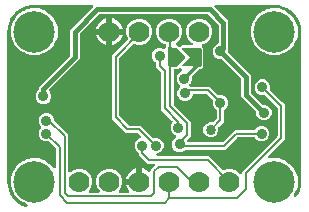
<source format=gbr>
G04 EAGLE Gerber RS-274X export*
G75*
%MOMM*%
%FSLAX34Y34*%
%LPD*%
%INBottom Copper*%
%IPPOS*%
%AMOC8*
5,1,8,0,0,1.08239X$1,22.5*%
G01*
%ADD10C,3.516000*%
%ADD11C,1.778000*%
%ADD12C,0.381000*%
%ADD13C,0.906400*%
%ADD14C,0.889000*%
%ADD15C,0.304800*%
%ADD16C,0.406400*%
%ADD17C,0.203200*%
%ADD18C,0.856400*%

G36*
X18442Y4018D02*
X18442Y4018D01*
X18575Y4026D01*
X18600Y4035D01*
X18627Y4037D01*
X18751Y4084D01*
X18877Y4125D01*
X18900Y4139D01*
X18925Y4148D01*
X19034Y4224D01*
X19146Y4295D01*
X19164Y4314D01*
X19186Y4330D01*
X19273Y4430D01*
X19364Y4527D01*
X19376Y4550D01*
X19394Y4570D01*
X19453Y4689D01*
X19517Y4805D01*
X19524Y4831D01*
X19536Y4855D01*
X19563Y4985D01*
X19596Y5113D01*
X19596Y5140D01*
X19602Y5166D01*
X19596Y5299D01*
X19597Y5431D01*
X19590Y5457D01*
X19589Y5484D01*
X19551Y5611D01*
X19518Y5739D01*
X19505Y5763D01*
X19497Y5788D01*
X19428Y5902D01*
X19365Y6018D01*
X19347Y6038D01*
X19333Y6060D01*
X19238Y6154D01*
X19147Y6250D01*
X19125Y6265D01*
X19106Y6283D01*
X18972Y6372D01*
X16215Y7964D01*
X16213Y7965D01*
X16210Y7967D01*
X16066Y8038D01*
X14290Y8773D01*
X13693Y9370D01*
X13626Y9422D01*
X13565Y9483D01*
X13451Y9558D01*
X13442Y9565D01*
X13438Y9567D01*
X13431Y9572D01*
X11929Y10439D01*
X10139Y12903D01*
X10126Y12917D01*
X10116Y12933D01*
X10009Y13054D01*
X8773Y14290D01*
X8357Y15296D01*
X8322Y15356D01*
X8297Y15420D01*
X8211Y15556D01*
X7008Y17211D01*
X6447Y19849D01*
X6436Y19883D01*
X6431Y19919D01*
X6379Y20071D01*
X5787Y21499D01*
X5787Y22822D01*
X5781Y22874D01*
X5783Y22926D01*
X5760Y23086D01*
X5268Y25400D01*
X5760Y27714D01*
X5764Y27767D01*
X5777Y27817D01*
X5787Y27978D01*
X5787Y29301D01*
X6379Y30729D01*
X6388Y30763D01*
X6404Y30795D01*
X6447Y30951D01*
X7008Y33589D01*
X8211Y35244D01*
X8244Y35305D01*
X8286Y35360D01*
X8357Y35504D01*
X8773Y36510D01*
X10009Y37746D01*
X10021Y37761D01*
X10036Y37773D01*
X10139Y37897D01*
X11929Y40361D01*
X13431Y41228D01*
X13499Y41280D01*
X13573Y41324D01*
X13675Y41414D01*
X13684Y41421D01*
X13687Y41424D01*
X13693Y41430D01*
X14290Y42027D01*
X16066Y42762D01*
X16068Y42764D01*
X16071Y42764D01*
X16215Y42836D01*
X19179Y44547D01*
X20598Y44696D01*
X20698Y44720D01*
X20799Y44734D01*
X20887Y44764D01*
X20908Y44769D01*
X20920Y44775D01*
X20951Y44786D01*
X21499Y45013D01*
X23543Y45013D01*
X23560Y45015D01*
X23676Y45020D01*
X27504Y45422D01*
X28573Y45075D01*
X28690Y45053D01*
X28805Y45023D01*
X28865Y45019D01*
X28885Y45015D01*
X28906Y45017D01*
X28965Y45013D01*
X29301Y45013D01*
X31209Y44222D01*
X31230Y44217D01*
X31303Y44188D01*
X35466Y42835D01*
X36078Y42285D01*
X36189Y42207D01*
X36297Y42126D01*
X36327Y42111D01*
X36339Y42103D01*
X36359Y42096D01*
X36441Y42055D01*
X36510Y42027D01*
X37805Y40732D01*
X37819Y40721D01*
X37853Y40686D01*
X41823Y37112D01*
X41910Y37051D01*
X41991Y36984D01*
X42040Y36961D01*
X42084Y36930D01*
X42183Y36893D01*
X42279Y36848D01*
X42332Y36838D01*
X42382Y36819D01*
X42487Y36808D01*
X42592Y36788D01*
X42645Y36792D01*
X42698Y36786D01*
X42803Y36801D01*
X42909Y36808D01*
X42960Y36824D01*
X43013Y36832D01*
X43111Y36873D01*
X43211Y36906D01*
X43257Y36935D01*
X43306Y36955D01*
X43390Y37019D01*
X43480Y37076D01*
X43517Y37115D01*
X43559Y37148D01*
X43625Y37231D01*
X43698Y37308D01*
X43724Y37355D01*
X43757Y37397D01*
X43800Y37493D01*
X43852Y37586D01*
X43865Y37638D01*
X43887Y37687D01*
X43905Y37792D01*
X43931Y37894D01*
X43936Y37979D01*
X43940Y38001D01*
X43939Y38016D01*
X43941Y38055D01*
X43941Y52821D01*
X43929Y52920D01*
X43926Y53019D01*
X43909Y53077D01*
X43901Y53137D01*
X43865Y53229D01*
X43837Y53324D01*
X43807Y53376D01*
X43784Y53433D01*
X43726Y53513D01*
X43676Y53598D01*
X43610Y53673D01*
X43598Y53690D01*
X43588Y53698D01*
X43570Y53719D01*
X38135Y59153D01*
X38112Y59171D01*
X38093Y59194D01*
X37987Y59268D01*
X37884Y59348D01*
X37857Y59360D01*
X37833Y59377D01*
X37712Y59423D01*
X37592Y59474D01*
X37563Y59479D01*
X37535Y59489D01*
X37407Y59504D01*
X37278Y59524D01*
X37249Y59521D01*
X37219Y59525D01*
X37091Y59507D01*
X36962Y59494D01*
X36934Y59484D01*
X36904Y59480D01*
X36890Y59475D01*
X34254Y59475D01*
X31841Y60475D01*
X29995Y62321D01*
X28995Y64734D01*
X28995Y67346D01*
X29995Y69759D01*
X30927Y70690D01*
X30999Y70784D01*
X31078Y70874D01*
X31097Y70910D01*
X31121Y70942D01*
X31169Y71051D01*
X31223Y71157D01*
X31232Y71196D01*
X31248Y71234D01*
X31266Y71351D01*
X31293Y71467D01*
X31291Y71508D01*
X31298Y71548D01*
X31287Y71666D01*
X31283Y71785D01*
X31272Y71824D01*
X31268Y71864D01*
X31228Y71977D01*
X31195Y72091D01*
X31174Y72125D01*
X31160Y72164D01*
X31093Y72262D01*
X31033Y72365D01*
X30993Y72410D01*
X30982Y72427D01*
X30966Y72440D01*
X30927Y72485D01*
X29995Y73417D01*
X28995Y75830D01*
X28995Y78442D01*
X29995Y80855D01*
X31841Y82701D01*
X34254Y83701D01*
X36866Y83701D01*
X39279Y82701D01*
X41125Y80855D01*
X42125Y78442D01*
X42125Y77949D01*
X42137Y77850D01*
X42140Y77751D01*
X42157Y77693D01*
X42165Y77633D01*
X42201Y77541D01*
X42229Y77446D01*
X42259Y77394D01*
X42282Y77337D01*
X42340Y77257D01*
X42390Y77172D01*
X42456Y77097D01*
X42468Y77080D01*
X42478Y77072D01*
X42496Y77051D01*
X54103Y65445D01*
X54103Y34514D01*
X54120Y34376D01*
X54133Y34238D01*
X54140Y34219D01*
X54143Y34198D01*
X54194Y34069D01*
X54241Y33938D01*
X54252Y33922D01*
X54260Y33903D01*
X54341Y33791D01*
X54419Y33675D01*
X54435Y33662D01*
X54446Y33645D01*
X54554Y33556D01*
X54658Y33465D01*
X54676Y33456D01*
X54691Y33443D01*
X54817Y33383D01*
X54941Y33320D01*
X54961Y33316D01*
X54979Y33307D01*
X55116Y33281D01*
X55251Y33251D01*
X55272Y33251D01*
X55291Y33247D01*
X55430Y33256D01*
X55569Y33260D01*
X55589Y33266D01*
X55609Y33267D01*
X55741Y33310D01*
X55875Y33349D01*
X55892Y33359D01*
X55911Y33365D01*
X56029Y33440D01*
X56149Y33510D01*
X56170Y33529D01*
X56180Y33535D01*
X56194Y33550D01*
X56269Y33617D01*
X57313Y34660D01*
X61327Y36323D01*
X65673Y36323D01*
X69687Y34660D01*
X72760Y31587D01*
X74423Y27573D01*
X74423Y23227D01*
X72760Y19213D01*
X71717Y18169D01*
X71632Y18060D01*
X71543Y17953D01*
X71534Y17934D01*
X71522Y17918D01*
X71466Y17791D01*
X71407Y17665D01*
X71403Y17645D01*
X71395Y17626D01*
X71373Y17488D01*
X71347Y17352D01*
X71349Y17332D01*
X71345Y17312D01*
X71358Y17173D01*
X71367Y17035D01*
X71373Y17016D01*
X71375Y16996D01*
X71422Y16864D01*
X71465Y16733D01*
X71476Y16715D01*
X71483Y16696D01*
X71561Y16581D01*
X71635Y16464D01*
X71650Y16450D01*
X71661Y16433D01*
X71765Y16341D01*
X71867Y16246D01*
X71885Y16236D01*
X71900Y16223D01*
X72024Y16160D01*
X72145Y16092D01*
X72165Y16087D01*
X72183Y16078D01*
X72319Y16048D01*
X72453Y16013D01*
X72481Y16011D01*
X72493Y16008D01*
X72514Y16009D01*
X72614Y16003D01*
X79786Y16003D01*
X79924Y16020D01*
X80062Y16033D01*
X80081Y16040D01*
X80102Y16043D01*
X80231Y16094D01*
X80362Y16141D01*
X80378Y16152D01*
X80397Y16160D01*
X80509Y16241D01*
X80625Y16319D01*
X80638Y16335D01*
X80655Y16346D01*
X80743Y16454D01*
X80835Y16558D01*
X80844Y16576D01*
X80857Y16591D01*
X80917Y16717D01*
X80980Y16841D01*
X80984Y16861D01*
X80993Y16879D01*
X81019Y17016D01*
X81049Y17151D01*
X81049Y17172D01*
X81053Y17191D01*
X81044Y17330D01*
X81040Y17469D01*
X81034Y17489D01*
X81033Y17509D01*
X80990Y17641D01*
X80951Y17775D01*
X80941Y17792D01*
X80935Y17811D01*
X80860Y17929D01*
X80790Y18049D01*
X80771Y18070D01*
X80765Y18080D01*
X80750Y18094D01*
X80683Y18169D01*
X79640Y19213D01*
X77977Y23227D01*
X77977Y27573D01*
X79640Y31587D01*
X82713Y34660D01*
X86727Y36323D01*
X91073Y36323D01*
X95087Y34660D01*
X98160Y31587D01*
X99823Y27573D01*
X99823Y23227D01*
X98160Y19213D01*
X97117Y18169D01*
X97032Y18060D01*
X96943Y17953D01*
X96934Y17934D01*
X96922Y17918D01*
X96866Y17791D01*
X96807Y17665D01*
X96803Y17645D01*
X96795Y17626D01*
X96773Y17488D01*
X96747Y17352D01*
X96749Y17332D01*
X96745Y17312D01*
X96758Y17173D01*
X96767Y17035D01*
X96773Y17016D01*
X96775Y16996D01*
X96822Y16864D01*
X96865Y16733D01*
X96876Y16715D01*
X96883Y16696D01*
X96961Y16581D01*
X97035Y16464D01*
X97050Y16450D01*
X97061Y16433D01*
X97165Y16341D01*
X97267Y16246D01*
X97285Y16236D01*
X97300Y16223D01*
X97424Y16160D01*
X97545Y16092D01*
X97565Y16087D01*
X97583Y16078D01*
X97719Y16048D01*
X97853Y16013D01*
X97881Y16011D01*
X97893Y16008D01*
X97914Y16009D01*
X98014Y16003D01*
X104507Y16003D01*
X104547Y16008D01*
X104587Y16005D01*
X104704Y16028D01*
X104823Y16043D01*
X104860Y16057D01*
X104899Y16065D01*
X105007Y16116D01*
X105119Y16160D01*
X105151Y16183D01*
X105187Y16200D01*
X105279Y16276D01*
X105376Y16346D01*
X105401Y16377D01*
X105432Y16402D01*
X105502Y16499D01*
X105579Y16591D01*
X105596Y16627D01*
X105619Y16660D01*
X105663Y16771D01*
X105714Y16879D01*
X105722Y16918D01*
X105736Y16955D01*
X105752Y17074D01*
X105774Y17191D01*
X105772Y17231D01*
X105777Y17271D01*
X105762Y17389D01*
X105754Y17509D01*
X105742Y17547D01*
X105737Y17586D01*
X105693Y17698D01*
X105656Y17811D01*
X105635Y17845D01*
X105620Y17882D01*
X105534Y18018D01*
X104524Y19409D01*
X103707Y21012D01*
X103151Y22723D01*
X103123Y22901D01*
X113070Y22901D01*
X113188Y22916D01*
X113307Y22923D01*
X113345Y22935D01*
X113385Y22941D01*
X113496Y22984D01*
X113609Y23021D01*
X113643Y23043D01*
X113681Y23058D01*
X113777Y23127D01*
X113878Y23191D01*
X113906Y23221D01*
X113938Y23244D01*
X114014Y23336D01*
X114096Y23423D01*
X114115Y23458D01*
X114141Y23489D01*
X114192Y23597D01*
X114249Y23701D01*
X114259Y23741D01*
X114277Y23777D01*
X114299Y23894D01*
X114329Y24009D01*
X114333Y24069D01*
X114336Y24089D01*
X114335Y24110D01*
X114339Y24170D01*
X114339Y25361D01*
X115530Y25361D01*
X115648Y25376D01*
X115767Y25383D01*
X115805Y25396D01*
X115846Y25401D01*
X115956Y25445D01*
X116069Y25481D01*
X116104Y25503D01*
X116141Y25518D01*
X116237Y25588D01*
X116338Y25651D01*
X116366Y25681D01*
X116399Y25705D01*
X116475Y25796D01*
X116556Y25883D01*
X116576Y25918D01*
X116601Y25950D01*
X116652Y26057D01*
X116710Y26162D01*
X116720Y26201D01*
X116737Y26237D01*
X116759Y26354D01*
X116789Y26470D01*
X116793Y26530D01*
X116797Y26550D01*
X116795Y26570D01*
X116799Y26630D01*
X116799Y36577D01*
X116977Y36549D01*
X118688Y35993D01*
X120291Y35177D01*
X121747Y34119D01*
X121784Y34081D01*
X121894Y33996D01*
X122001Y33907D01*
X122020Y33898D01*
X122036Y33886D01*
X122164Y33831D01*
X122289Y33772D01*
X122309Y33768D01*
X122327Y33760D01*
X122465Y33738D01*
X122602Y33712D01*
X122622Y33713D01*
X122642Y33710D01*
X122780Y33723D01*
X122919Y33732D01*
X122938Y33738D01*
X122958Y33740D01*
X123090Y33787D01*
X123221Y33830D01*
X123238Y33840D01*
X123257Y33847D01*
X123373Y33925D01*
X123490Y34000D01*
X123504Y34014D01*
X123521Y34026D01*
X123612Y34130D01*
X123708Y34231D01*
X123718Y34249D01*
X123731Y34264D01*
X123794Y34388D01*
X123862Y34510D01*
X123867Y34529D01*
X123876Y34547D01*
X123906Y34683D01*
X123941Y34818D01*
X123943Y34846D01*
X123946Y34858D01*
X123945Y34878D01*
X123951Y34978D01*
X123951Y35553D01*
X126109Y37710D01*
X126109Y37711D01*
X126998Y38600D01*
X127083Y38709D01*
X127172Y38816D01*
X127180Y38835D01*
X127193Y38851D01*
X127248Y38979D01*
X127307Y39104D01*
X127311Y39124D01*
X127319Y39143D01*
X127341Y39281D01*
X127367Y39417D01*
X127366Y39437D01*
X127369Y39457D01*
X127356Y39596D01*
X127347Y39734D01*
X127341Y39753D01*
X127339Y39773D01*
X127292Y39904D01*
X127249Y40036D01*
X127239Y40054D01*
X127232Y40073D01*
X127154Y40187D01*
X127079Y40305D01*
X127064Y40319D01*
X127053Y40336D01*
X126949Y40428D01*
X126848Y40523D01*
X126830Y40533D01*
X126815Y40546D01*
X126691Y40609D01*
X126569Y40677D01*
X126550Y40682D01*
X126531Y40691D01*
X126396Y40721D01*
X126261Y40756D01*
X126233Y40758D01*
X126221Y40761D01*
X126201Y40760D01*
X126100Y40766D01*
X121292Y40766D01*
X113791Y48267D01*
X113791Y49189D01*
X113788Y49219D01*
X113790Y49248D01*
X113768Y49376D01*
X113751Y49505D01*
X113741Y49532D01*
X113735Y49561D01*
X113682Y49680D01*
X113634Y49800D01*
X113617Y49824D01*
X113605Y49851D01*
X113524Y49953D01*
X113448Y50058D01*
X113425Y50077D01*
X113406Y50100D01*
X113303Y50178D01*
X113203Y50261D01*
X113176Y50273D01*
X113152Y50291D01*
X113138Y50298D01*
X111275Y52161D01*
X110275Y54574D01*
X110275Y57186D01*
X111275Y59599D01*
X113121Y61445D01*
X115094Y62262D01*
X115137Y62287D01*
X115184Y62304D01*
X115275Y62366D01*
X115370Y62420D01*
X115406Y62455D01*
X115447Y62482D01*
X115520Y62565D01*
X115599Y62641D01*
X115625Y62684D01*
X115658Y62721D01*
X115708Y62819D01*
X115765Y62912D01*
X115780Y62960D01*
X115802Y63004D01*
X115826Y63111D01*
X115859Y63216D01*
X115861Y63266D01*
X115872Y63314D01*
X115869Y63424D01*
X115874Y63534D01*
X115864Y63583D01*
X115862Y63632D01*
X115832Y63738D01*
X115809Y63845D01*
X115788Y63890D01*
X115774Y63938D01*
X115718Y64032D01*
X115670Y64131D01*
X115637Y64169D01*
X115612Y64212D01*
X115506Y64333D01*
X113409Y66430D01*
X113331Y66490D01*
X113259Y66558D01*
X113206Y66587D01*
X113158Y66624D01*
X113067Y66664D01*
X112980Y66712D01*
X112921Y66727D01*
X112866Y66751D01*
X112768Y66766D01*
X112672Y66791D01*
X112572Y66797D01*
X112552Y66801D01*
X112539Y66799D01*
X112511Y66801D01*
X102877Y66801D01*
X91185Y78493D01*
X91185Y132327D01*
X104450Y145591D01*
X104468Y145614D01*
X104490Y145634D01*
X104565Y145740D01*
X104645Y145842D01*
X104656Y145869D01*
X104673Y145894D01*
X104719Y146015D01*
X104771Y146134D01*
X104775Y146163D01*
X104786Y146191D01*
X104800Y146320D01*
X104821Y146448D01*
X104818Y146478D01*
X104821Y146507D01*
X104803Y146636D01*
X104791Y146765D01*
X104781Y146793D01*
X104777Y146822D01*
X104725Y146974D01*
X103377Y150227D01*
X103377Y154573D01*
X105040Y158587D01*
X108113Y161660D01*
X112127Y163323D01*
X116473Y163323D01*
X120487Y161660D01*
X123560Y158587D01*
X125223Y154573D01*
X125223Y150227D01*
X123560Y146213D01*
X120487Y143140D01*
X116473Y141477D01*
X112127Y141477D01*
X110670Y142081D01*
X110642Y142089D01*
X110616Y142102D01*
X110489Y142130D01*
X110364Y142165D01*
X110334Y142165D01*
X110305Y142172D01*
X110176Y142168D01*
X110046Y142170D01*
X110017Y142163D01*
X109987Y142162D01*
X109863Y142126D01*
X109736Y142096D01*
X109710Y142082D01*
X109682Y142074D01*
X109570Y142008D01*
X109455Y141947D01*
X109433Y141927D01*
X109408Y141912D01*
X109287Y141806D01*
X97654Y130173D01*
X97594Y130095D01*
X97526Y130023D01*
X97497Y129970D01*
X97460Y129922D01*
X97420Y129831D01*
X97372Y129744D01*
X97357Y129685D01*
X97333Y129630D01*
X97318Y129532D01*
X97293Y129436D01*
X97287Y129336D01*
X97283Y129316D01*
X97285Y129303D01*
X97283Y129275D01*
X97283Y81545D01*
X97295Y81446D01*
X97298Y81347D01*
X97315Y81289D01*
X97323Y81229D01*
X97359Y81137D01*
X97387Y81042D01*
X97417Y80990D01*
X97440Y80933D01*
X97498Y80853D01*
X97548Y80768D01*
X97614Y80693D01*
X97626Y80676D01*
X97636Y80668D01*
X97654Y80647D01*
X105031Y73270D01*
X105109Y73210D01*
X105181Y73142D01*
X105234Y73113D01*
X105282Y73076D01*
X105373Y73036D01*
X105460Y72988D01*
X105519Y72973D01*
X105574Y72949D01*
X105672Y72934D01*
X105768Y72909D01*
X105868Y72903D01*
X105888Y72899D01*
X105901Y72901D01*
X105929Y72899D01*
X115563Y72899D01*
X117720Y70741D01*
X125695Y62767D01*
X125718Y62749D01*
X125737Y62726D01*
X125843Y62652D01*
X125946Y62572D01*
X125973Y62560D01*
X125997Y62543D01*
X126118Y62497D01*
X126238Y62446D01*
X126267Y62441D01*
X126295Y62431D01*
X126423Y62416D01*
X126552Y62396D01*
X126581Y62399D01*
X126611Y62395D01*
X126739Y62413D01*
X126868Y62426D01*
X126896Y62436D01*
X126926Y62440D01*
X126940Y62445D01*
X129576Y62445D01*
X131989Y61445D01*
X133835Y59599D01*
X134835Y57186D01*
X134835Y54574D01*
X133835Y52161D01*
X131989Y50315D01*
X129552Y49306D01*
X129492Y49271D01*
X129427Y49245D01*
X129354Y49193D01*
X129276Y49148D01*
X129226Y49100D01*
X129170Y49059D01*
X129112Y48989D01*
X129048Y48927D01*
X129011Y48867D01*
X128967Y48814D01*
X128928Y48732D01*
X128882Y48656D01*
X128861Y48589D01*
X128831Y48526D01*
X128814Y48438D01*
X128788Y48352D01*
X128785Y48282D01*
X128771Y48213D01*
X128777Y48124D01*
X128773Y48034D01*
X128787Y47966D01*
X128791Y47896D01*
X128819Y47811D01*
X128837Y47723D01*
X128868Y47660D01*
X128889Y47594D01*
X128937Y47518D01*
X128977Y47437D01*
X129022Y47384D01*
X129059Y47325D01*
X129125Y47263D01*
X129183Y47195D01*
X129240Y47155D01*
X129291Y47107D01*
X129370Y47064D01*
X129443Y47012D01*
X129509Y46987D01*
X129570Y46953D01*
X129656Y46931D01*
X129741Y46899D01*
X129810Y46891D01*
X129877Y46874D01*
X130038Y46864D01*
X173348Y46864D01*
X175505Y44706D01*
X184589Y35622D01*
X184613Y35604D01*
X184632Y35582D01*
X184738Y35507D01*
X184840Y35427D01*
X184868Y35416D01*
X184892Y35399D01*
X185013Y35353D01*
X185132Y35301D01*
X185161Y35296D01*
X185189Y35286D01*
X185318Y35272D01*
X185446Y35251D01*
X185476Y35254D01*
X185505Y35251D01*
X185634Y35269D01*
X185763Y35281D01*
X185791Y35291D01*
X185820Y35295D01*
X185972Y35347D01*
X188327Y36323D01*
X192673Y36323D01*
X196687Y34660D01*
X199255Y32093D01*
X199364Y32007D01*
X199471Y31919D01*
X199490Y31910D01*
X199506Y31898D01*
X199634Y31842D01*
X199759Y31783D01*
X199779Y31779D01*
X199798Y31771D01*
X199936Y31749D01*
X200072Y31723D01*
X200092Y31725D01*
X200112Y31721D01*
X200251Y31734D01*
X200389Y31743D01*
X200408Y31749D01*
X200428Y31751D01*
X200560Y31798D01*
X200691Y31841D01*
X200709Y31852D01*
X200728Y31859D01*
X200843Y31937D01*
X200960Y32011D01*
X200974Y32026D01*
X200991Y32037D01*
X201083Y32142D01*
X201178Y32243D01*
X201188Y32261D01*
X201201Y32276D01*
X201265Y32400D01*
X201332Y32521D01*
X201337Y32541D01*
X201346Y32559D01*
X201376Y32695D01*
X201411Y32829D01*
X201413Y32857D01*
X201416Y32869D01*
X201415Y32890D01*
X201421Y32990D01*
X201421Y33648D01*
X230895Y63121D01*
X230955Y63199D01*
X231023Y63271D01*
X231052Y63324D01*
X231089Y63372D01*
X231129Y63463D01*
X231177Y63550D01*
X231192Y63609D01*
X231216Y63664D01*
X231231Y63762D01*
X231256Y63858D01*
X231262Y63958D01*
X231266Y63978D01*
X231264Y63991D01*
X231266Y64019D01*
X231266Y87746D01*
X231254Y87845D01*
X231251Y87944D01*
X231234Y88002D01*
X231226Y88062D01*
X231190Y88154D01*
X231162Y88249D01*
X231132Y88301D01*
X231109Y88358D01*
X231051Y88438D01*
X231001Y88523D01*
X230935Y88598D01*
X230923Y88615D01*
X230913Y88623D01*
X230895Y88644D01*
X221015Y98523D01*
X220992Y98541D01*
X220973Y98564D01*
X220867Y98638D01*
X220764Y98718D01*
X220737Y98730D01*
X220713Y98747D01*
X220592Y98793D01*
X220472Y98844D01*
X220443Y98849D01*
X220415Y98859D01*
X220287Y98874D01*
X220158Y98894D01*
X220129Y98891D01*
X220099Y98895D01*
X219971Y98877D01*
X219842Y98864D01*
X219814Y98854D01*
X219784Y98850D01*
X219770Y98845D01*
X217134Y98845D01*
X214721Y99845D01*
X212875Y101691D01*
X211875Y104104D01*
X211875Y106716D01*
X212875Y109129D01*
X214721Y110975D01*
X217134Y111975D01*
X219746Y111975D01*
X222159Y110975D01*
X224005Y109129D01*
X225005Y106716D01*
X225005Y104048D01*
X225002Y104037D01*
X224968Y103911D01*
X224967Y103882D01*
X224961Y103853D01*
X224965Y103723D01*
X224963Y103593D01*
X224970Y103565D01*
X224971Y103535D01*
X225007Y103410D01*
X225037Y103284D01*
X225051Y103258D01*
X225059Y103229D01*
X225125Y103118D01*
X225186Y103003D01*
X225206Y102981D01*
X225221Y102955D01*
X225327Y102835D01*
X235206Y92955D01*
X237364Y90798D01*
X237364Y60967D01*
X235206Y58810D01*
X223576Y47179D01*
X223491Y47070D01*
X223402Y46963D01*
X223394Y46944D01*
X223381Y46928D01*
X223326Y46800D01*
X223267Y46675D01*
X223263Y46655D01*
X223255Y46636D01*
X223233Y46498D01*
X223207Y46362D01*
X223208Y46342D01*
X223205Y46322D01*
X223218Y46183D01*
X223227Y46045D01*
X223233Y46026D01*
X223235Y46006D01*
X223282Y45874D01*
X223325Y45743D01*
X223335Y45725D01*
X223342Y45706D01*
X223420Y45591D01*
X223495Y45474D01*
X223510Y45460D01*
X223521Y45443D01*
X223625Y45351D01*
X223726Y45256D01*
X223744Y45246D01*
X223759Y45233D01*
X223883Y45169D01*
X224005Y45102D01*
X224024Y45097D01*
X224043Y45088D01*
X224178Y45058D01*
X224313Y45023D01*
X224341Y45021D01*
X224353Y45018D01*
X224373Y45019D01*
X224474Y45013D01*
X226743Y45013D01*
X226760Y45015D01*
X226876Y45020D01*
X230704Y45422D01*
X231773Y45075D01*
X231890Y45053D01*
X232005Y45023D01*
X232065Y45019D01*
X232085Y45015D01*
X232106Y45017D01*
X232165Y45013D01*
X232501Y45013D01*
X234409Y44222D01*
X234430Y44217D01*
X234503Y44188D01*
X238666Y42835D01*
X239278Y42285D01*
X239389Y42207D01*
X239497Y42126D01*
X239527Y42111D01*
X239539Y42103D01*
X239559Y42096D01*
X239641Y42055D01*
X239710Y42027D01*
X241005Y40732D01*
X241019Y40721D01*
X241053Y40686D01*
X244887Y37234D01*
X245100Y36756D01*
X245179Y36626D01*
X245450Y35971D01*
X245455Y35962D01*
X245463Y35941D01*
X248292Y29586D01*
X248292Y21214D01*
X245463Y14859D01*
X245460Y14849D01*
X245450Y14829D01*
X245194Y14211D01*
X245175Y14187D01*
X245170Y14178D01*
X245168Y14175D01*
X245163Y14165D01*
X245100Y14044D01*
X244985Y13785D01*
X244977Y13759D01*
X244964Y13736D01*
X244931Y13607D01*
X244893Y13480D01*
X244892Y13454D01*
X244885Y13428D01*
X244885Y13295D01*
X244879Y13162D01*
X244885Y13136D01*
X244885Y13110D01*
X244918Y12981D01*
X244945Y12851D01*
X244957Y12828D01*
X244964Y12802D01*
X245028Y12686D01*
X245087Y12566D01*
X245104Y12546D01*
X245117Y12523D01*
X245208Y12426D01*
X245294Y12326D01*
X245316Y12310D01*
X245334Y12291D01*
X245446Y12220D01*
X245555Y12144D01*
X245580Y12135D01*
X245603Y12120D01*
X245729Y12079D01*
X245853Y12033D01*
X245880Y12030D01*
X245905Y12022D01*
X246037Y12013D01*
X246170Y11999D01*
X246196Y12003D01*
X246223Y12002D01*
X246353Y12026D01*
X246484Y12046D01*
X246509Y12056D01*
X246535Y12061D01*
X246655Y12117D01*
X246778Y12169D01*
X246799Y12185D01*
X246823Y12196D01*
X246925Y12281D01*
X247031Y12361D01*
X247048Y12381D01*
X247068Y12398D01*
X247171Y12522D01*
X248864Y14852D01*
X248921Y14956D01*
X248985Y15056D01*
X249007Y15113D01*
X249017Y15131D01*
X249022Y15151D01*
X249044Y15206D01*
X251131Y21630D01*
X251144Y21698D01*
X251167Y21764D01*
X251190Y21923D01*
X251455Y25300D01*
X251454Y25322D01*
X251459Y25400D01*
X251459Y152400D01*
X251457Y152422D01*
X251455Y152500D01*
X251190Y155877D01*
X251176Y155945D01*
X251171Y156014D01*
X251131Y156170D01*
X249044Y162594D01*
X248993Y162701D01*
X248950Y162812D01*
X248917Y162863D01*
X248909Y162882D01*
X248896Y162897D01*
X248864Y162948D01*
X247171Y165278D01*
X247153Y165297D01*
X247139Y165320D01*
X247044Y165413D01*
X246953Y165509D01*
X246931Y165524D01*
X246912Y165542D01*
X246798Y165608D01*
X246792Y165624D01*
X246789Y165651D01*
X246740Y165775D01*
X246697Y165900D01*
X246682Y165922D01*
X246672Y165947D01*
X246586Y166083D01*
X244893Y168412D01*
X244812Y168499D01*
X244736Y168591D01*
X244690Y168629D01*
X244676Y168644D01*
X244658Y168655D01*
X244612Y168693D01*
X239148Y172664D01*
X239044Y172721D01*
X238944Y172785D01*
X238887Y172807D01*
X238869Y172817D01*
X238849Y172822D01*
X238794Y172844D01*
X232370Y174931D01*
X232302Y174944D01*
X232236Y174967D01*
X232077Y174990D01*
X228700Y175255D01*
X228678Y175254D01*
X228600Y175259D01*
X178993Y175259D01*
X178856Y175242D01*
X178717Y175229D01*
X178698Y175222D01*
X178678Y175219D01*
X178549Y175168D01*
X178418Y175121D01*
X178401Y175110D01*
X178382Y175102D01*
X178270Y175021D01*
X178155Y174943D01*
X178141Y174927D01*
X178125Y174916D01*
X178036Y174808D01*
X177944Y174704D01*
X177935Y174686D01*
X177922Y174671D01*
X177862Y174544D01*
X177800Y174421D01*
X177795Y174401D01*
X177786Y174383D01*
X177760Y174247D01*
X177730Y174111D01*
X177730Y174090D01*
X177727Y174071D01*
X177735Y173932D01*
X177740Y173793D01*
X177745Y173773D01*
X177746Y173753D01*
X177789Y173621D01*
X177828Y173487D01*
X177838Y173470D01*
X177844Y173451D01*
X177919Y173333D01*
X177989Y173213D01*
X178008Y173192D01*
X178015Y173182D01*
X178030Y173168D01*
X178096Y173093D01*
X189485Y161704D01*
X189485Y136469D01*
X189480Y136437D01*
X189455Y136341D01*
X189449Y136241D01*
X189445Y136221D01*
X189447Y136209D01*
X189445Y136181D01*
X189445Y135599D01*
X189457Y135501D01*
X189460Y135402D01*
X189477Y135344D01*
X189485Y135284D01*
X189521Y135192D01*
X189549Y135097D01*
X189579Y135045D01*
X189602Y134988D01*
X189660Y134908D01*
X189710Y134823D01*
X189776Y134747D01*
X189788Y134731D01*
X189798Y134723D01*
X189816Y134702D01*
X208535Y115984D01*
X208535Y101269D01*
X208547Y101171D01*
X208550Y101072D01*
X208567Y101014D01*
X208575Y100954D01*
X208611Y100862D01*
X208639Y100767D01*
X208669Y100715D01*
X208692Y100658D01*
X208750Y100578D01*
X208800Y100493D01*
X208866Y100417D01*
X208878Y100401D01*
X208888Y100393D01*
X208906Y100372D01*
X218609Y90669D01*
X218687Y90609D01*
X218759Y90541D01*
X218812Y90512D01*
X218860Y90475D01*
X218951Y90435D01*
X219038Y90387D01*
X219096Y90372D01*
X219152Y90348D01*
X219250Y90333D01*
X219346Y90308D01*
X219446Y90302D01*
X219466Y90298D01*
X219478Y90300D01*
X219506Y90298D01*
X220999Y90298D01*
X223379Y89312D01*
X225202Y87489D01*
X226188Y85109D01*
X226188Y82531D01*
X225202Y80151D01*
X223379Y78328D01*
X220999Y77342D01*
X218421Y77342D01*
X216041Y78328D01*
X214218Y80151D01*
X213232Y82531D01*
X213232Y84024D01*
X213220Y84122D01*
X213217Y84221D01*
X213200Y84279D01*
X213192Y84339D01*
X213156Y84431D01*
X213128Y84526D01*
X213098Y84578D01*
X213075Y84635D01*
X213017Y84715D01*
X212967Y84800D01*
X212901Y84876D01*
X212889Y84892D01*
X212879Y84900D01*
X212861Y84921D01*
X200405Y97376D01*
X200405Y112091D01*
X200393Y112189D01*
X200390Y112288D01*
X200373Y112346D01*
X200365Y112406D01*
X200329Y112498D01*
X200301Y112593D01*
X200271Y112645D01*
X200248Y112702D01*
X200190Y112782D01*
X200140Y112867D01*
X200074Y112943D01*
X200062Y112959D01*
X200052Y112967D01*
X200034Y112988D01*
X184068Y128954D01*
X183990Y129014D01*
X183918Y129082D01*
X183865Y129111D01*
X183817Y129148D01*
X183726Y129188D01*
X183639Y129236D01*
X183581Y129251D01*
X183525Y129275D01*
X183427Y129290D01*
X183331Y129315D01*
X183231Y129321D01*
X183211Y129325D01*
X183199Y129323D01*
X183171Y129325D01*
X181574Y129325D01*
X179161Y130325D01*
X177315Y132171D01*
X176315Y134584D01*
X176315Y137196D01*
X177315Y139609D01*
X179161Y141455D01*
X180572Y142040D01*
X180597Y142054D01*
X180625Y142063D01*
X180735Y142133D01*
X180848Y142197D01*
X180869Y142218D01*
X180894Y142233D01*
X180983Y142328D01*
X181076Y142418D01*
X181092Y142444D01*
X181112Y142465D01*
X181175Y142579D01*
X181243Y142689D01*
X181251Y142718D01*
X181266Y142744D01*
X181298Y142869D01*
X181336Y142993D01*
X181338Y143023D01*
X181345Y143051D01*
X181355Y143212D01*
X181355Y157811D01*
X181343Y157909D01*
X181340Y158008D01*
X181323Y158066D01*
X181315Y158126D01*
X181279Y158218D01*
X181251Y158313D01*
X181221Y158365D01*
X181198Y158422D01*
X181140Y158502D01*
X181090Y158587D01*
X181024Y158663D01*
X181012Y158679D01*
X181002Y158687D01*
X180984Y158708D01*
X172678Y167014D01*
X172600Y167074D01*
X172528Y167142D01*
X172475Y167171D01*
X172427Y167208D01*
X172336Y167248D01*
X172249Y167296D01*
X172191Y167311D01*
X172135Y167335D01*
X172037Y167350D01*
X171941Y167375D01*
X171841Y167381D01*
X171821Y167385D01*
X171809Y167383D01*
X171781Y167385D01*
X80949Y167385D01*
X80851Y167373D01*
X80752Y167370D01*
X80694Y167353D01*
X80634Y167345D01*
X80542Y167309D01*
X80447Y167281D01*
X80395Y167251D01*
X80338Y167228D01*
X80258Y167170D01*
X80173Y167120D01*
X80097Y167054D01*
X80081Y167042D01*
X80073Y167032D01*
X80052Y167014D01*
X64126Y151088D01*
X64066Y151010D01*
X63998Y150938D01*
X63969Y150885D01*
X63932Y150837D01*
X63892Y150746D01*
X63844Y150659D01*
X63829Y150601D01*
X63805Y150545D01*
X63790Y150447D01*
X63765Y150351D01*
X63759Y150251D01*
X63755Y150231D01*
X63757Y150219D01*
X63755Y150191D01*
X63755Y129126D01*
X61002Y126374D01*
X38259Y103630D01*
X38185Y103536D01*
X38107Y103447D01*
X38089Y103411D01*
X38064Y103379D01*
X38016Y103270D01*
X37962Y103164D01*
X37953Y103124D01*
X37937Y103087D01*
X37919Y102969D01*
X37893Y102853D01*
X37894Y102813D01*
X37888Y102773D01*
X37899Y102654D01*
X37902Y102535D01*
X37914Y102497D01*
X37917Y102456D01*
X37958Y102344D01*
X37991Y102230D01*
X38011Y102195D01*
X38025Y102157D01*
X38092Y102059D01*
X38152Y101956D01*
X38192Y101911D01*
X38204Y101894D01*
X38219Y101881D01*
X38259Y101835D01*
X38585Y101509D01*
X39585Y99096D01*
X39585Y96484D01*
X38585Y94071D01*
X36739Y92225D01*
X34326Y91225D01*
X31714Y91225D01*
X29301Y92225D01*
X27455Y94071D01*
X26455Y96484D01*
X26455Y99096D01*
X27455Y101509D01*
X28584Y102637D01*
X28644Y102716D01*
X28712Y102788D01*
X28741Y102841D01*
X28778Y102889D01*
X28818Y102980D01*
X28866Y103066D01*
X28881Y103125D01*
X28905Y103181D01*
X28920Y103279D01*
X28945Y103374D01*
X28951Y103474D01*
X28955Y103495D01*
X28953Y103507D01*
X28955Y103535D01*
X28955Y105824D01*
X55254Y132122D01*
X55314Y132200D01*
X55382Y132272D01*
X55411Y132325D01*
X55448Y132373D01*
X55488Y132464D01*
X55536Y132551D01*
X55551Y132609D01*
X55575Y132665D01*
X55590Y132763D01*
X55615Y132859D01*
X55621Y132959D01*
X55625Y132979D01*
X55623Y132991D01*
X55625Y133019D01*
X55625Y154084D01*
X74304Y172762D01*
X74634Y173092D01*
X74719Y173202D01*
X74808Y173309D01*
X74817Y173328D01*
X74829Y173344D01*
X74884Y173472D01*
X74944Y173597D01*
X74947Y173617D01*
X74955Y173636D01*
X74977Y173773D01*
X75003Y173910D01*
X75002Y173930D01*
X75005Y173950D01*
X74992Y174088D01*
X74984Y174227D01*
X74977Y174246D01*
X74975Y174266D01*
X74928Y174397D01*
X74886Y174529D01*
X74875Y174547D01*
X74868Y174566D01*
X74790Y174681D01*
X74715Y174798D01*
X74701Y174812D01*
X74689Y174829D01*
X74585Y174921D01*
X74484Y175016D01*
X74466Y175026D01*
X74451Y175039D01*
X74327Y175103D01*
X74205Y175170D01*
X74186Y175175D01*
X74168Y175184D01*
X74031Y175214D01*
X73897Y175249D01*
X73869Y175251D01*
X73857Y175254D01*
X73837Y175253D01*
X73737Y175259D01*
X25400Y175259D01*
X25378Y175257D01*
X25300Y175255D01*
X21923Y174990D01*
X21855Y174976D01*
X21786Y174971D01*
X21630Y174931D01*
X18892Y174041D01*
X18867Y174030D01*
X18842Y174024D01*
X18724Y173963D01*
X18604Y173906D01*
X18583Y173889D01*
X18560Y173877D01*
X18462Y173789D01*
X18445Y173788D01*
X18418Y173793D01*
X18286Y173785D01*
X18153Y173783D01*
X18127Y173775D01*
X18101Y173774D01*
X17945Y173734D01*
X15206Y172844D01*
X15099Y172794D01*
X14988Y172750D01*
X14937Y172717D01*
X14918Y172709D01*
X14903Y172696D01*
X14852Y172664D01*
X9388Y168693D01*
X9301Y168612D01*
X9209Y168536D01*
X9171Y168490D01*
X9156Y168476D01*
X9145Y168458D01*
X9107Y168412D01*
X5136Y162948D01*
X5079Y162844D01*
X5015Y162744D01*
X4993Y162687D01*
X4983Y162669D01*
X4978Y162649D01*
X4956Y162594D01*
X2869Y156170D01*
X2856Y156102D01*
X2833Y156036D01*
X2810Y155877D01*
X2545Y152500D01*
X2546Y152478D01*
X2541Y152400D01*
X2541Y25400D01*
X2543Y25378D01*
X2545Y25300D01*
X2810Y21923D01*
X2824Y21855D01*
X2829Y21786D01*
X2869Y21630D01*
X4956Y15206D01*
X5006Y15099D01*
X5050Y14988D01*
X5083Y14937D01*
X5091Y14918D01*
X5104Y14903D01*
X5136Y14852D01*
X9107Y9388D01*
X9188Y9301D01*
X9264Y9209D01*
X9310Y9171D01*
X9324Y9156D01*
X9342Y9145D01*
X9388Y9107D01*
X12582Y6786D01*
X14852Y5136D01*
X14956Y5079D01*
X15056Y5015D01*
X15113Y4993D01*
X15131Y4983D01*
X15151Y4978D01*
X15206Y4956D01*
X17945Y4066D01*
X17971Y4061D01*
X17996Y4051D01*
X18127Y4031D01*
X18257Y4006D01*
X18284Y4008D01*
X18310Y4004D01*
X18442Y4018D01*
G37*
%LPC*%
G36*
X147284Y50585D02*
X147284Y50585D01*
X144871Y51585D01*
X143025Y53431D01*
X142025Y55844D01*
X142025Y58456D01*
X143025Y60869D01*
X144885Y62729D01*
X144954Y62768D01*
X145077Y62833D01*
X145091Y62847D01*
X145109Y62857D01*
X145209Y62954D01*
X145312Y63047D01*
X145323Y63064D01*
X145337Y63078D01*
X145410Y63197D01*
X145487Y63313D01*
X145493Y63332D01*
X145504Y63349D01*
X145545Y63482D01*
X145590Y63614D01*
X145591Y63634D01*
X145597Y63653D01*
X145604Y63793D01*
X145615Y63931D01*
X145612Y63951D01*
X145613Y63971D01*
X145584Y64107D01*
X145561Y64244D01*
X145552Y64263D01*
X145548Y64282D01*
X145487Y64407D01*
X145430Y64534D01*
X145417Y64550D01*
X145409Y64568D01*
X145319Y64674D01*
X145231Y64782D01*
X145215Y64795D01*
X145202Y64810D01*
X145089Y64890D01*
X144977Y64974D01*
X144952Y64986D01*
X144942Y64993D01*
X144923Y65000D01*
X144833Y65045D01*
X143601Y65555D01*
X141755Y67401D01*
X140755Y69814D01*
X140755Y72426D01*
X141755Y74839D01*
X142165Y75249D01*
X142238Y75343D01*
X142317Y75432D01*
X142335Y75468D01*
X142360Y75500D01*
X142407Y75609D01*
X142461Y75715D01*
X142470Y75755D01*
X142486Y75792D01*
X142505Y75910D01*
X142531Y76026D01*
X142530Y76066D01*
X142536Y76106D01*
X142525Y76224D01*
X142521Y76343D01*
X142510Y76382D01*
X142506Y76422D01*
X142466Y76535D01*
X142433Y76649D01*
X142412Y76684D01*
X142398Y76722D01*
X142332Y76820D01*
X142271Y76923D01*
X142231Y76968D01*
X142220Y76985D01*
X142205Y76998D01*
X142165Y77044D01*
X132862Y86346D01*
X132862Y116956D01*
X132850Y117055D01*
X132847Y117154D01*
X132830Y117212D01*
X132822Y117272D01*
X132786Y117364D01*
X132758Y117459D01*
X132732Y117504D01*
X132731Y117507D01*
X132727Y117513D01*
X132705Y117568D01*
X132647Y117648D01*
X132597Y117733D01*
X132564Y117770D01*
X132561Y117775D01*
X132554Y117782D01*
X132531Y117809D01*
X132519Y117825D01*
X132509Y117833D01*
X132491Y117854D01*
X130575Y119770D01*
X128417Y121927D01*
X128417Y125389D01*
X128414Y125419D01*
X128416Y125448D01*
X128394Y125576D01*
X128377Y125705D01*
X128367Y125732D01*
X128361Y125761D01*
X128308Y125880D01*
X128260Y126000D01*
X128243Y126024D01*
X128231Y126051D01*
X128150Y126153D01*
X128074Y126258D01*
X128051Y126277D01*
X128032Y126300D01*
X127929Y126378D01*
X127829Y126461D01*
X127802Y126473D01*
X127778Y126491D01*
X127764Y126498D01*
X125901Y128361D01*
X124901Y130774D01*
X124901Y133386D01*
X125901Y135799D01*
X127747Y137645D01*
X130160Y138645D01*
X132772Y138645D01*
X134666Y137860D01*
X134714Y137847D01*
X134759Y137826D01*
X134867Y137805D01*
X134973Y137776D01*
X135023Y137775D01*
X135072Y137766D01*
X135181Y137773D01*
X135291Y137771D01*
X135339Y137783D01*
X135389Y137786D01*
X135493Y137820D01*
X135600Y137845D01*
X135644Y137868D01*
X135691Y137884D01*
X135784Y137943D01*
X135881Y137994D01*
X135918Y138027D01*
X135960Y138054D01*
X136035Y138134D01*
X136117Y138208D01*
X136144Y138249D01*
X136178Y138286D01*
X136231Y138382D01*
X136291Y138474D01*
X136308Y138521D01*
X136332Y138564D01*
X136359Y138670D01*
X136395Y138774D01*
X136399Y138824D01*
X136411Y138872D01*
X136415Y138935D01*
X136467Y139002D01*
X136535Y139074D01*
X136557Y139115D01*
X136573Y139133D01*
X136578Y139146D01*
X136601Y139175D01*
X136641Y139266D01*
X136689Y139353D01*
X136704Y139411D01*
X136704Y139412D01*
X136708Y139421D01*
X136708Y139422D01*
X136728Y139467D01*
X136743Y139565D01*
X136768Y139661D01*
X136774Y139761D01*
X136778Y139781D01*
X136776Y139794D01*
X136778Y139822D01*
X136778Y139906D01*
X136798Y139932D01*
X136835Y139965D01*
X136895Y140057D01*
X136962Y140144D01*
X136982Y140189D01*
X137009Y140231D01*
X137045Y140335D01*
X137089Y140436D01*
X137097Y140485D01*
X137113Y140532D01*
X137121Y140641D01*
X137139Y140750D01*
X137134Y140799D01*
X137138Y140849D01*
X137119Y140957D01*
X137109Y141066D01*
X137092Y141113D01*
X137084Y141162D01*
X137038Y141262D01*
X137001Y141366D01*
X136973Y141407D01*
X136953Y141452D01*
X136884Y141538D01*
X136823Y141629D01*
X136785Y141662D01*
X136754Y141700D01*
X136667Y141766D01*
X136584Y141839D01*
X136540Y141862D01*
X136500Y141892D01*
X136356Y141963D01*
X133513Y143140D01*
X130440Y146213D01*
X128777Y150227D01*
X128777Y154573D01*
X130440Y158587D01*
X133513Y161660D01*
X137527Y163323D01*
X141873Y163323D01*
X145887Y161660D01*
X148960Y158587D01*
X150623Y154573D01*
X150623Y150227D01*
X148960Y146213D01*
X145872Y143125D01*
X145826Y143106D01*
X145753Y143054D01*
X145675Y143009D01*
X145625Y142961D01*
X145568Y142920D01*
X145511Y142850D01*
X145446Y142788D01*
X145410Y142728D01*
X145365Y142675D01*
X145327Y142593D01*
X145280Y142517D01*
X145260Y142450D01*
X145230Y142387D01*
X145213Y142299D01*
X145187Y142213D01*
X145183Y142143D01*
X145170Y142074D01*
X145176Y141985D01*
X145171Y141895D01*
X145186Y141827D01*
X145190Y141757D01*
X145218Y141672D01*
X145236Y141584D01*
X145266Y141521D01*
X145288Y141455D01*
X145336Y141379D01*
X145375Y141298D01*
X145421Y141245D01*
X145458Y141186D01*
X145523Y141124D01*
X145582Y141056D01*
X145639Y141016D01*
X145690Y140968D01*
X145768Y140925D01*
X145842Y140873D01*
X145907Y140848D01*
X145968Y140814D01*
X146055Y140792D01*
X146139Y140760D01*
X146209Y140752D01*
X146276Y140735D01*
X146437Y140725D01*
X146448Y140725D01*
X147506Y139666D01*
X147591Y139601D01*
X147670Y139528D01*
X147716Y139503D01*
X147758Y139471D01*
X147856Y139429D01*
X147950Y139378D01*
X148001Y139366D01*
X148049Y139345D01*
X148155Y139328D01*
X148259Y139303D01*
X148312Y139303D01*
X148363Y139295D01*
X148470Y139305D01*
X148577Y139306D01*
X148628Y139320D01*
X148680Y139325D01*
X148781Y139361D01*
X148884Y139389D01*
X148930Y139415D01*
X148979Y139433D01*
X149068Y139493D01*
X149161Y139545D01*
X149224Y139599D01*
X149243Y139611D01*
X149253Y139623D01*
X149284Y139649D01*
X149486Y139843D01*
X149490Y139849D01*
X149503Y139860D01*
X150391Y140749D01*
X151647Y140725D01*
X151654Y140726D01*
X151671Y140725D01*
X158363Y140725D01*
X158433Y140733D01*
X158502Y140732D01*
X158590Y140753D01*
X158679Y140765D01*
X158744Y140790D01*
X158812Y140807D01*
X158891Y140849D01*
X158974Y140882D01*
X159031Y140923D01*
X159093Y140955D01*
X159159Y141016D01*
X159232Y141068D01*
X159276Y141122D01*
X159328Y141169D01*
X159377Y141244D01*
X159435Y141313D01*
X159464Y141377D01*
X159503Y141435D01*
X159532Y141520D01*
X159570Y141601D01*
X159583Y141670D01*
X159606Y141736D01*
X159613Y141825D01*
X159630Y141913D01*
X159626Y141983D01*
X159631Y142053D01*
X159616Y142141D01*
X159610Y142231D01*
X159589Y142297D01*
X159577Y142366D01*
X159540Y142448D01*
X159512Y142533D01*
X159475Y142592D01*
X159446Y142656D01*
X159390Y142726D01*
X159342Y142802D01*
X159291Y142850D01*
X159247Y142905D01*
X159176Y142959D01*
X159110Y143020D01*
X159049Y143054D01*
X158993Y143096D01*
X158922Y143131D01*
X155840Y146213D01*
X154177Y150227D01*
X154177Y154573D01*
X155840Y158587D01*
X158913Y161660D01*
X162927Y163323D01*
X167273Y163323D01*
X171287Y161660D01*
X174360Y158587D01*
X176023Y154573D01*
X176023Y150227D01*
X174360Y146213D01*
X171287Y143140D01*
X168015Y141785D01*
X167972Y141760D01*
X167925Y141743D01*
X167834Y141682D01*
X167739Y141627D01*
X167703Y141593D01*
X167662Y141565D01*
X167589Y141482D01*
X167510Y141406D01*
X167484Y141363D01*
X167451Y141326D01*
X167401Y141228D01*
X167344Y141135D01*
X167329Y141087D01*
X167307Y141043D01*
X167283Y140936D01*
X167250Y140831D01*
X167248Y140781D01*
X167237Y140733D01*
X167240Y140623D01*
X167235Y140513D01*
X167245Y140465D01*
X167247Y140415D01*
X167277Y140309D01*
X167299Y140202D01*
X167321Y140157D01*
X167335Y140109D01*
X167391Y140015D01*
X167439Y139916D01*
X167471Y139878D01*
X167497Y139835D01*
X167603Y139715D01*
X168379Y138939D01*
X168379Y138706D01*
X168391Y138607D01*
X168394Y138508D01*
X168403Y138479D01*
X168403Y123128D01*
X168389Y123075D01*
X168383Y122976D01*
X168379Y122955D01*
X168381Y122943D01*
X168379Y122914D01*
X168379Y122681D01*
X166593Y120895D01*
X166138Y120895D01*
X166040Y120883D01*
X165941Y120880D01*
X165883Y120863D01*
X165822Y120855D01*
X165730Y120819D01*
X165635Y120791D01*
X165583Y120761D01*
X165527Y120738D01*
X165447Y120680D01*
X165361Y120630D01*
X165286Y120564D01*
X165269Y120552D01*
X165262Y120542D01*
X165240Y120524D01*
X159249Y114533D01*
X159189Y114454D01*
X159121Y114382D01*
X159092Y114329D01*
X159055Y114281D01*
X159015Y114190D01*
X158967Y114104D01*
X158952Y114045D01*
X158928Y113989D01*
X158913Y113891D01*
X158888Y113796D01*
X158882Y113696D01*
X158878Y113675D01*
X158880Y113663D01*
X158878Y113635D01*
X158878Y111424D01*
X157892Y109044D01*
X156933Y108085D01*
X156849Y107976D01*
X156759Y107869D01*
X156751Y107850D01*
X156738Y107834D01*
X156683Y107707D01*
X156624Y107581D01*
X156620Y107561D01*
X156612Y107542D01*
X156590Y107404D01*
X156564Y107268D01*
X156565Y107248D01*
X156562Y107228D01*
X156575Y107089D01*
X156584Y106951D01*
X156590Y106932D01*
X156592Y106912D01*
X156639Y106780D01*
X156682Y106649D01*
X156693Y106631D01*
X156700Y106612D01*
X156778Y106497D01*
X156852Y106380D01*
X156867Y106366D01*
X156878Y106349D01*
X156982Y106257D01*
X157084Y106162D01*
X157102Y106152D01*
X157117Y106139D01*
X157240Y106076D01*
X157362Y106008D01*
X157382Y106003D01*
X157400Y105994D01*
X157536Y105964D01*
X157670Y105929D01*
X157698Y105927D01*
X157710Y105924D01*
X157731Y105925D01*
X157831Y105919D01*
X173898Y105919D01*
X180885Y98931D01*
X180963Y98871D01*
X181035Y98803D01*
X181088Y98773D01*
X181136Y98736D01*
X181227Y98697D01*
X181314Y98649D01*
X181373Y98634D01*
X181428Y98610D01*
X181526Y98594D01*
X181622Y98570D01*
X181722Y98563D01*
X181742Y98560D01*
X181755Y98561D01*
X181783Y98559D01*
X184181Y98559D01*
X186594Y97560D01*
X188440Y95713D01*
X189440Y93301D01*
X189440Y90689D01*
X188440Y88276D01*
X186554Y86390D01*
X186544Y86383D01*
X186431Y86319D01*
X186410Y86298D01*
X186385Y86283D01*
X186296Y86188D01*
X186203Y86098D01*
X186187Y86073D01*
X186167Y86051D01*
X186104Y85937D01*
X186036Y85827D01*
X186028Y85798D01*
X186013Y85773D01*
X185981Y85647D01*
X185943Y85523D01*
X185941Y85493D01*
X185934Y85465D01*
X185924Y85304D01*
X185924Y76075D01*
X181438Y71590D01*
X181378Y71512D01*
X181310Y71440D01*
X181281Y71387D01*
X181244Y71339D01*
X181204Y71248D01*
X181156Y71161D01*
X181141Y71102D01*
X181117Y71047D01*
X181102Y70949D01*
X181077Y70853D01*
X181071Y70753D01*
X181067Y70733D01*
X181069Y70720D01*
X181067Y70692D01*
X181067Y67959D01*
X180105Y65638D01*
X178329Y63862D01*
X176008Y62900D01*
X173496Y62900D01*
X171175Y63862D01*
X169399Y65638D01*
X168437Y67959D01*
X168437Y70471D01*
X169399Y72792D01*
X171175Y74568D01*
X173496Y75530D01*
X176229Y75530D01*
X176328Y75542D01*
X176427Y75545D01*
X176485Y75562D01*
X176545Y75570D01*
X176637Y75606D01*
X176732Y75634D01*
X176784Y75664D01*
X176841Y75687D01*
X176921Y75745D01*
X177006Y75795D01*
X177081Y75861D01*
X177098Y75873D01*
X177106Y75883D01*
X177127Y75901D01*
X179455Y78229D01*
X179515Y78307D01*
X179583Y78379D01*
X179612Y78432D01*
X179649Y78480D01*
X179689Y78571D01*
X179737Y78658D01*
X179752Y78717D01*
X179776Y78772D01*
X179791Y78870D01*
X179816Y78966D01*
X179822Y79066D01*
X179826Y79086D01*
X179824Y79099D01*
X179826Y79127D01*
X179826Y85304D01*
X179823Y85333D01*
X179825Y85363D01*
X179803Y85490D01*
X179786Y85619D01*
X179776Y85647D01*
X179770Y85676D01*
X179717Y85794D01*
X179669Y85915D01*
X179652Y85939D01*
X179640Y85966D01*
X179559Y86067D01*
X179483Y86172D01*
X179460Y86191D01*
X179441Y86214D01*
X179338Y86292D01*
X179238Y86375D01*
X179211Y86388D01*
X179187Y86406D01*
X179173Y86412D01*
X177310Y88276D01*
X176310Y90689D01*
X176310Y93301D01*
X176449Y93636D01*
X176457Y93664D01*
X176470Y93691D01*
X176475Y93710D01*
X176483Y93728D01*
X176503Y93834D01*
X176533Y93943D01*
X176534Y93972D01*
X176540Y94001D01*
X176539Y94022D01*
X176543Y94040D01*
X176536Y94145D01*
X176538Y94261D01*
X176531Y94289D01*
X176530Y94319D01*
X176524Y94340D01*
X176523Y94358D01*
X176492Y94455D01*
X176464Y94570D01*
X176450Y94596D01*
X176442Y94624D01*
X176430Y94644D01*
X176425Y94660D01*
X176371Y94745D01*
X176315Y94851D01*
X176295Y94873D01*
X176280Y94898D01*
X176258Y94923D01*
X176255Y94929D01*
X176247Y94936D01*
X176174Y95019D01*
X171744Y99450D01*
X171665Y99510D01*
X171593Y99578D01*
X171540Y99607D01*
X171492Y99644D01*
X171401Y99684D01*
X171315Y99732D01*
X171256Y99747D01*
X171201Y99771D01*
X171103Y99786D01*
X171007Y99811D01*
X170907Y99817D01*
X170886Y99821D01*
X170874Y99819D01*
X170846Y99821D01*
X160778Y99821D01*
X160749Y99818D01*
X160719Y99820D01*
X160591Y99798D01*
X160462Y99781D01*
X160435Y99771D01*
X160406Y99766D01*
X160287Y99712D01*
X160167Y99664D01*
X160143Y99647D01*
X160116Y99635D01*
X160015Y99554D01*
X159909Y99478D01*
X159891Y99455D01*
X159868Y99436D01*
X159790Y99333D01*
X159707Y99233D01*
X159694Y99206D01*
X159676Y99182D01*
X159605Y99038D01*
X158600Y96611D01*
X156754Y94765D01*
X154341Y93765D01*
X151729Y93765D01*
X149316Y94765D01*
X147470Y96611D01*
X146470Y99024D01*
X146470Y101636D01*
X147470Y104049D01*
X148789Y105368D01*
X148862Y105462D01*
X148941Y105551D01*
X148959Y105587D01*
X148984Y105619D01*
X149031Y105729D01*
X149085Y105835D01*
X149094Y105874D01*
X149110Y105911D01*
X149129Y106029D01*
X149155Y106145D01*
X149154Y106185D01*
X149160Y106225D01*
X149149Y106344D01*
X149145Y106463D01*
X149134Y106502D01*
X149130Y106542D01*
X149090Y106654D01*
X149057Y106768D01*
X149037Y106803D01*
X149023Y106841D01*
X148956Y106940D01*
X148895Y107042D01*
X148856Y107087D01*
X148844Y107104D01*
X148829Y107118D01*
X148789Y107163D01*
X146908Y109044D01*
X145922Y111424D01*
X145922Y114002D01*
X146908Y116382D01*
X148731Y118205D01*
X150036Y118745D01*
X150079Y118770D01*
X150125Y118786D01*
X150216Y118848D01*
X150312Y118903D01*
X150347Y118937D01*
X150389Y118965D01*
X150461Y119047D01*
X150540Y119124D01*
X150566Y119166D01*
X150599Y119203D01*
X150649Y119301D01*
X150706Y119395D01*
X150721Y119442D01*
X150744Y119487D01*
X150768Y119594D01*
X150800Y119699D01*
X150802Y119749D01*
X150813Y119797D01*
X150810Y119907D01*
X150815Y120017D01*
X150805Y120065D01*
X150804Y120115D01*
X150773Y120220D01*
X150751Y120328D01*
X150729Y120373D01*
X150715Y120420D01*
X150659Y120515D01*
X150611Y120614D01*
X150579Y120652D01*
X150554Y120694D01*
X150447Y120815D01*
X149560Y121702D01*
X149471Y121771D01*
X149440Y121801D01*
X149421Y121811D01*
X149337Y121880D01*
X149322Y121887D01*
X149309Y121897D01*
X149178Y121954D01*
X149048Y122014D01*
X149032Y122017D01*
X149017Y122024D01*
X148876Y122046D01*
X148736Y122072D01*
X148719Y122071D01*
X148703Y122073D01*
X148561Y122060D01*
X148418Y122050D01*
X148403Y122045D01*
X148386Y122044D01*
X148252Y121995D01*
X148116Y121950D01*
X148103Y121942D01*
X148087Y121936D01*
X147969Y121856D01*
X147849Y121779D01*
X147832Y121763D01*
X147824Y121757D01*
X147812Y121743D01*
X147732Y121668D01*
X147016Y120895D01*
X145767Y120895D01*
X145753Y120893D01*
X145719Y120894D01*
X144605Y120852D01*
X144511Y120837D01*
X144416Y120831D01*
X144355Y120811D01*
X144291Y120801D01*
X144204Y120762D01*
X144114Y120733D01*
X144059Y120698D01*
X144000Y120672D01*
X143925Y120614D01*
X143845Y120563D01*
X143801Y120516D01*
X143750Y120476D01*
X143692Y120400D01*
X143627Y120331D01*
X143596Y120275D01*
X143557Y120224D01*
X143519Y120136D01*
X143473Y120053D01*
X143457Y119990D01*
X143432Y119931D01*
X143418Y119837D01*
X143394Y119745D01*
X143387Y119635D01*
X143384Y119617D01*
X143385Y119606D01*
X143384Y119584D01*
X143384Y91324D01*
X143396Y91225D01*
X143399Y91126D01*
X143416Y91068D01*
X143424Y91008D01*
X143460Y90916D01*
X143488Y90821D01*
X143518Y90769D01*
X143541Y90712D01*
X143599Y90632D01*
X143649Y90547D01*
X143715Y90472D01*
X143727Y90455D01*
X143737Y90447D01*
X143755Y90426D01*
X157989Y76193D01*
X157989Y63507D01*
X155831Y61350D01*
X155260Y60778D01*
X155174Y60668D01*
X155086Y60561D01*
X155077Y60543D01*
X155065Y60527D01*
X155009Y60399D01*
X154950Y60273D01*
X154946Y60254D01*
X154938Y60235D01*
X154916Y60097D01*
X154890Y59961D01*
X154892Y59941D01*
X154888Y59921D01*
X154901Y59782D01*
X154910Y59644D01*
X154916Y59624D01*
X154918Y59604D01*
X154965Y59473D01*
X155008Y59341D01*
X155019Y59324D01*
X155026Y59305D01*
X155104Y59190D01*
X155178Y59072D01*
X155193Y59058D01*
X155204Y59042D01*
X155308Y58950D01*
X155410Y58854D01*
X155428Y58845D01*
X155443Y58831D01*
X155567Y58768D01*
X155688Y58701D01*
X155708Y58696D01*
X155726Y58687D01*
X155862Y58656D01*
X155996Y58621D01*
X156024Y58620D01*
X156036Y58617D01*
X156057Y58618D01*
X156157Y58611D01*
X183949Y58611D01*
X184047Y58624D01*
X184146Y58627D01*
X184204Y58643D01*
X184264Y58651D01*
X184357Y58688D01*
X184452Y58715D01*
X184504Y58746D01*
X184560Y58768D01*
X184640Y58826D01*
X184726Y58877D01*
X184801Y58943D01*
X184817Y58955D01*
X184825Y58964D01*
X184846Y58983D01*
X194952Y69089D01*
X211208Y69089D01*
X211238Y69092D01*
X211267Y69090D01*
X211395Y69112D01*
X211524Y69129D01*
X211551Y69139D01*
X211581Y69145D01*
X211699Y69198D01*
X211820Y69246D01*
X211843Y69263D01*
X211870Y69275D01*
X211972Y69356D01*
X212077Y69432D01*
X212096Y69455D01*
X212119Y69474D01*
X212197Y69578D01*
X212271Y69667D01*
X214136Y71532D01*
X216516Y72518D01*
X219094Y72518D01*
X221474Y71532D01*
X223297Y69709D01*
X224283Y67329D01*
X224283Y64751D01*
X223297Y62371D01*
X221474Y60548D01*
X219094Y59562D01*
X216516Y59562D01*
X214136Y60548D01*
X212254Y62430D01*
X212223Y62484D01*
X212203Y62505D01*
X212187Y62530D01*
X212092Y62619D01*
X212002Y62712D01*
X211977Y62728D01*
X211955Y62748D01*
X211842Y62811D01*
X211731Y62879D01*
X211703Y62887D01*
X211677Y62902D01*
X211551Y62934D01*
X211427Y62972D01*
X211398Y62974D01*
X211369Y62981D01*
X211208Y62991D01*
X198004Y62991D01*
X197905Y62979D01*
X197806Y62976D01*
X197748Y62959D01*
X197688Y62951D01*
X197596Y62915D01*
X197501Y62887D01*
X197449Y62857D01*
X197392Y62834D01*
X197312Y62776D01*
X197227Y62726D01*
X197152Y62660D01*
X197135Y62648D01*
X197127Y62638D01*
X197106Y62620D01*
X187000Y52514D01*
X153763Y52514D01*
X153665Y52501D01*
X153566Y52498D01*
X153508Y52482D01*
X153448Y52474D01*
X153356Y52438D01*
X153261Y52410D01*
X153208Y52379D01*
X153152Y52357D01*
X153072Y52299D01*
X152987Y52248D01*
X152912Y52182D01*
X152895Y52170D01*
X152887Y52161D01*
X152866Y52142D01*
X152309Y51585D01*
X149896Y50585D01*
X147284Y50585D01*
G37*
%LPD*%
%LPC*%
G36*
X23676Y132780D02*
X23676Y132780D01*
X23658Y132780D01*
X23543Y132787D01*
X21499Y132787D01*
X20951Y133014D01*
X20853Y133041D01*
X20757Y133077D01*
X20665Y133092D01*
X20644Y133098D01*
X20631Y133098D01*
X20598Y133104D01*
X19179Y133253D01*
X16215Y134964D01*
X16212Y134965D01*
X16210Y134967D01*
X16066Y135038D01*
X14290Y135773D01*
X13693Y136370D01*
X13626Y136422D01*
X13565Y136483D01*
X13451Y136558D01*
X13442Y136565D01*
X13438Y136567D01*
X13431Y136572D01*
X11929Y137439D01*
X10139Y139903D01*
X10126Y139917D01*
X10116Y139933D01*
X10009Y140054D01*
X8773Y141290D01*
X8357Y142296D01*
X8322Y142356D01*
X8297Y142420D01*
X8211Y142556D01*
X7008Y144211D01*
X6447Y146850D01*
X6436Y146883D01*
X6431Y146919D01*
X6379Y147071D01*
X5787Y148499D01*
X5787Y149822D01*
X5781Y149874D01*
X5783Y149926D01*
X5760Y150086D01*
X5268Y152400D01*
X5760Y154714D01*
X5764Y154767D01*
X5777Y154818D01*
X5787Y154978D01*
X5787Y156301D01*
X6379Y157729D01*
X6388Y157763D01*
X6404Y157795D01*
X6447Y157950D01*
X7008Y160589D01*
X8211Y162244D01*
X8244Y162305D01*
X8286Y162360D01*
X8357Y162504D01*
X8773Y163510D01*
X10009Y164746D01*
X10021Y164761D01*
X10036Y164773D01*
X10139Y164897D01*
X11929Y167361D01*
X13431Y168228D01*
X13499Y168280D01*
X13573Y168324D01*
X13675Y168414D01*
X13684Y168421D01*
X13687Y168424D01*
X13693Y168430D01*
X14290Y169027D01*
X16066Y169762D01*
X16068Y169764D01*
X16070Y169764D01*
X16215Y169836D01*
X18972Y171428D01*
X18993Y171444D01*
X19017Y171455D01*
X19119Y171540D01*
X19166Y171575D01*
X19203Y171568D01*
X19229Y171569D01*
X19256Y171565D01*
X19416Y171572D01*
X20598Y171696D01*
X20698Y171720D01*
X20799Y171734D01*
X20887Y171764D01*
X20908Y171769D01*
X20920Y171775D01*
X20951Y171786D01*
X21499Y172013D01*
X23543Y172013D01*
X23560Y172015D01*
X23676Y172020D01*
X27504Y172422D01*
X28573Y172075D01*
X28690Y172053D01*
X28805Y172023D01*
X28865Y172019D01*
X28885Y172015D01*
X28906Y172017D01*
X28965Y172013D01*
X29301Y172013D01*
X31209Y171223D01*
X31230Y171217D01*
X31302Y171188D01*
X35466Y169835D01*
X36078Y169285D01*
X36123Y169253D01*
X36127Y169250D01*
X36133Y169246D01*
X36188Y169208D01*
X36297Y169126D01*
X36327Y169111D01*
X36339Y169103D01*
X36359Y169096D01*
X36441Y169055D01*
X36510Y169027D01*
X37805Y167732D01*
X37819Y167721D01*
X37853Y167686D01*
X41687Y164234D01*
X41900Y163756D01*
X41979Y163626D01*
X42250Y162972D01*
X42255Y162963D01*
X42263Y162941D01*
X45092Y156586D01*
X45092Y148214D01*
X42263Y141859D01*
X42260Y141849D01*
X42250Y141828D01*
X41994Y141211D01*
X41975Y141187D01*
X41970Y141179D01*
X41968Y141175D01*
X41963Y141165D01*
X41900Y141044D01*
X41687Y140566D01*
X37853Y137114D01*
X37841Y137100D01*
X37804Y137068D01*
X36510Y135773D01*
X36441Y135745D01*
X36324Y135678D01*
X36204Y135615D01*
X36177Y135594D01*
X36165Y135587D01*
X36149Y135572D01*
X36078Y135515D01*
X35466Y134965D01*
X31302Y133612D01*
X31283Y133603D01*
X31209Y133577D01*
X29301Y132787D01*
X28965Y132787D01*
X28848Y132772D01*
X28729Y132765D01*
X28670Y132750D01*
X28650Y132747D01*
X28631Y132740D01*
X28573Y132725D01*
X27504Y132378D01*
X23676Y132780D01*
G37*
%LPD*%
%LPC*%
G36*
X226876Y132780D02*
X226876Y132780D01*
X226858Y132780D01*
X226743Y132787D01*
X224699Y132787D01*
X224151Y133014D01*
X224052Y133041D01*
X223957Y133077D01*
X223865Y133092D01*
X223844Y133098D01*
X223831Y133098D01*
X223798Y133104D01*
X222379Y133253D01*
X219415Y134964D01*
X219413Y134965D01*
X219410Y134967D01*
X219266Y135038D01*
X217490Y135773D01*
X216893Y136370D01*
X216826Y136422D01*
X216765Y136483D01*
X216651Y136558D01*
X216642Y136565D01*
X216638Y136567D01*
X216631Y136572D01*
X215129Y137439D01*
X213339Y139903D01*
X213326Y139917D01*
X213316Y139933D01*
X213209Y140054D01*
X211973Y141290D01*
X211557Y142296D01*
X211522Y142356D01*
X211497Y142420D01*
X211411Y142556D01*
X210208Y144211D01*
X209647Y146849D01*
X209636Y146883D01*
X209631Y146919D01*
X209579Y147071D01*
X208987Y148499D01*
X208987Y149822D01*
X208981Y149874D01*
X208983Y149926D01*
X208960Y150086D01*
X208468Y152400D01*
X208960Y154714D01*
X208964Y154767D01*
X208977Y154817D01*
X208987Y154978D01*
X208987Y156301D01*
X209579Y157729D01*
X209588Y157763D01*
X209604Y157795D01*
X209647Y157951D01*
X210208Y160589D01*
X211411Y162244D01*
X211444Y162305D01*
X211486Y162360D01*
X211557Y162504D01*
X211973Y163510D01*
X213209Y164746D01*
X213221Y164761D01*
X213236Y164773D01*
X213339Y164897D01*
X215129Y167361D01*
X216631Y168228D01*
X216699Y168280D01*
X216773Y168324D01*
X216875Y168414D01*
X216884Y168421D01*
X216887Y168424D01*
X216893Y168430D01*
X217490Y169027D01*
X219266Y169762D01*
X219268Y169764D01*
X219271Y169764D01*
X219415Y169836D01*
X222379Y171547D01*
X223798Y171696D01*
X223898Y171720D01*
X223999Y171734D01*
X224087Y171764D01*
X224108Y171769D01*
X224120Y171775D01*
X224151Y171786D01*
X224699Y172013D01*
X226743Y172013D01*
X226760Y172015D01*
X226876Y172020D01*
X230704Y172422D01*
X231773Y172075D01*
X231890Y172053D01*
X232005Y172023D01*
X232065Y172019D01*
X232085Y172015D01*
X232106Y172017D01*
X232165Y172013D01*
X232501Y172013D01*
X234409Y171222D01*
X234430Y171217D01*
X234503Y171188D01*
X238666Y169835D01*
X239278Y169285D01*
X239323Y169253D01*
X239327Y169250D01*
X239333Y169246D01*
X239389Y169207D01*
X239497Y169126D01*
X239527Y169111D01*
X239539Y169103D01*
X239559Y169096D01*
X239641Y169055D01*
X239710Y169027D01*
X241005Y167732D01*
X241019Y167721D01*
X241053Y167686D01*
X244710Y164393D01*
X244732Y164378D01*
X244750Y164359D01*
X244862Y164288D01*
X244910Y164254D01*
X244914Y164217D01*
X244924Y164192D01*
X244929Y164166D01*
X244985Y164015D01*
X245100Y163756D01*
X245179Y163626D01*
X245450Y162971D01*
X245455Y162962D01*
X245463Y162941D01*
X248292Y156586D01*
X248292Y148214D01*
X245463Y141859D01*
X245460Y141849D01*
X245450Y141829D01*
X245194Y141211D01*
X245175Y141187D01*
X245170Y141179D01*
X245168Y141175D01*
X245163Y141164D01*
X245100Y141044D01*
X244887Y140566D01*
X241053Y137114D01*
X241041Y137100D01*
X241005Y137068D01*
X239710Y135773D01*
X239641Y135745D01*
X239524Y135678D01*
X239404Y135615D01*
X239377Y135594D01*
X239365Y135587D01*
X239350Y135572D01*
X239278Y135515D01*
X238666Y134965D01*
X234502Y133612D01*
X234483Y133603D01*
X234409Y133577D01*
X232501Y132787D01*
X232165Y132787D01*
X232047Y132772D01*
X231929Y132765D01*
X231870Y132750D01*
X231850Y132747D01*
X231831Y132740D01*
X231773Y132725D01*
X230704Y132378D01*
X226876Y132780D01*
G37*
%LPD*%
G36*
X165388Y122937D02*
X165388Y122937D01*
X165446Y122935D01*
X165528Y122957D01*
X165612Y122969D01*
X165665Y122993D01*
X165721Y123007D01*
X165794Y123050D01*
X165871Y123085D01*
X165916Y123123D01*
X165966Y123153D01*
X166024Y123214D01*
X166088Y123269D01*
X166120Y123317D01*
X166160Y123360D01*
X166199Y123435D01*
X166246Y123505D01*
X166263Y123561D01*
X166290Y123613D01*
X166301Y123681D01*
X166331Y123776D01*
X166334Y123876D01*
X166345Y123944D01*
X166345Y137676D01*
X166337Y137734D01*
X166339Y137792D01*
X166317Y137874D01*
X166305Y137958D01*
X166282Y138011D01*
X166267Y138067D01*
X166224Y138140D01*
X166189Y138217D01*
X166151Y138262D01*
X166122Y138312D01*
X166060Y138370D01*
X166006Y138434D01*
X165957Y138466D01*
X165914Y138506D01*
X165839Y138545D01*
X165769Y138592D01*
X165713Y138609D01*
X165661Y138636D01*
X165593Y138647D01*
X165498Y138677D01*
X165398Y138680D01*
X165330Y138691D01*
X151630Y138691D01*
X151611Y138689D01*
X151591Y138691D01*
X151470Y138669D01*
X151349Y138651D01*
X151331Y138643D01*
X151311Y138640D01*
X151201Y138585D01*
X151089Y138535D01*
X151074Y138522D01*
X151056Y138514D01*
X150966Y138431D01*
X150872Y138352D01*
X150861Y138335D01*
X150847Y138322D01*
X150782Y138217D01*
X150715Y138115D01*
X150709Y138096D01*
X150698Y138079D01*
X150666Y137961D01*
X150629Y137844D01*
X150628Y137824D01*
X150623Y137805D01*
X150625Y137683D01*
X150621Y137560D01*
X150626Y137541D01*
X150627Y137521D01*
X150662Y137403D01*
X150693Y137285D01*
X150703Y137268D01*
X150709Y137249D01*
X150751Y137188D01*
X150839Y137040D01*
X150876Y137005D01*
X150899Y136972D01*
X156833Y130810D01*
X150899Y124648D01*
X150887Y124632D01*
X150872Y124620D01*
X150804Y124517D01*
X150732Y124418D01*
X150725Y124399D01*
X150715Y124383D01*
X150677Y124266D01*
X150636Y124150D01*
X150635Y124131D01*
X150629Y124112D01*
X150626Y123989D01*
X150618Y123867D01*
X150622Y123847D01*
X150621Y123828D01*
X150652Y123709D01*
X150679Y123589D01*
X150688Y123572D01*
X150693Y123553D01*
X150756Y123447D01*
X150815Y123339D01*
X150828Y123325D01*
X150839Y123308D01*
X150928Y123224D01*
X151014Y123137D01*
X151031Y123127D01*
X151046Y123114D01*
X151155Y123058D01*
X151262Y122998D01*
X151281Y122993D01*
X151299Y122984D01*
X151372Y122972D01*
X151539Y122933D01*
X151590Y122935D01*
X151630Y122929D01*
X165330Y122929D01*
X165388Y122937D01*
G37*
G36*
X145790Y122944D02*
X145790Y122944D01*
X145897Y122951D01*
X145931Y122964D01*
X145967Y122969D01*
X146064Y123012D01*
X146164Y123049D01*
X146189Y123068D01*
X146226Y123085D01*
X146384Y123218D01*
X146430Y123254D01*
X152796Y130120D01*
X152818Y130152D01*
X152846Y130179D01*
X152899Y130268D01*
X152958Y130353D01*
X152970Y130390D01*
X152990Y130424D01*
X153016Y130524D01*
X153049Y130623D01*
X153051Y130662D01*
X153060Y130700D01*
X153057Y130803D01*
X153062Y130907D01*
X153052Y130945D01*
X153051Y130984D01*
X153019Y131082D01*
X152995Y131183D01*
X152976Y131217D01*
X152964Y131255D01*
X152919Y131318D01*
X152855Y131430D01*
X152801Y131482D01*
X152769Y131528D01*
X145903Y138394D01*
X145833Y138446D01*
X145769Y138506D01*
X145720Y138532D01*
X145676Y138565D01*
X145594Y138596D01*
X145516Y138636D01*
X145469Y138644D01*
X145410Y138666D01*
X145262Y138678D01*
X145185Y138691D01*
X139470Y138691D01*
X139412Y138683D01*
X139354Y138685D01*
X139272Y138663D01*
X139189Y138651D01*
X139135Y138628D01*
X139079Y138613D01*
X139006Y138570D01*
X138929Y138535D01*
X138884Y138497D01*
X138834Y138468D01*
X138776Y138406D01*
X138712Y138352D01*
X138680Y138303D01*
X138640Y138260D01*
X138601Y138185D01*
X138555Y138115D01*
X138537Y138059D01*
X138510Y138007D01*
X138499Y137939D01*
X138469Y137844D01*
X138466Y137744D01*
X138455Y137676D01*
X138455Y123944D01*
X138463Y123886D01*
X138461Y123828D01*
X138483Y123746D01*
X138495Y123663D01*
X138519Y123609D01*
X138533Y123553D01*
X138576Y123480D01*
X138611Y123403D01*
X138649Y123358D01*
X138679Y123308D01*
X138740Y123250D01*
X138795Y123186D01*
X138843Y123154D01*
X138886Y123114D01*
X138961Y123075D01*
X139031Y123029D01*
X139087Y123011D01*
X139139Y122984D01*
X139207Y122973D01*
X139302Y122943D01*
X139402Y122940D01*
X139470Y122929D01*
X145685Y122929D01*
X145790Y122944D01*
G37*
%LPC*%
G36*
X91399Y154899D02*
X91399Y154899D01*
X91399Y163577D01*
X91577Y163549D01*
X93288Y162993D01*
X94891Y162177D01*
X96347Y161119D01*
X97619Y159847D01*
X98677Y158391D01*
X99493Y156788D01*
X100049Y155077D01*
X100077Y154899D01*
X91399Y154899D01*
G37*
%LPD*%
%LPC*%
G36*
X77723Y154899D02*
X77723Y154899D01*
X77751Y155077D01*
X78307Y156788D01*
X79123Y158391D01*
X80181Y159847D01*
X81453Y161119D01*
X82909Y162177D01*
X84512Y162993D01*
X86223Y163549D01*
X86401Y163577D01*
X86401Y154899D01*
X77723Y154899D01*
G37*
%LPD*%
%LPC*%
G36*
X91399Y149901D02*
X91399Y149901D01*
X100077Y149901D01*
X100049Y149723D01*
X99493Y148012D01*
X98677Y146409D01*
X97619Y144953D01*
X96347Y143681D01*
X94891Y142623D01*
X93288Y141807D01*
X91577Y141251D01*
X91399Y141223D01*
X91399Y149901D01*
G37*
%LPD*%
%LPC*%
G36*
X103123Y27899D02*
X103123Y27899D01*
X103151Y28077D01*
X103707Y29788D01*
X104523Y31391D01*
X105581Y32847D01*
X106853Y34119D01*
X108309Y35177D01*
X109912Y35993D01*
X111623Y36549D01*
X111801Y36577D01*
X111801Y27899D01*
X103123Y27899D01*
G37*
%LPD*%
%LPC*%
G36*
X86223Y141251D02*
X86223Y141251D01*
X84512Y141807D01*
X82909Y142623D01*
X81453Y143681D01*
X80181Y144953D01*
X79123Y146409D01*
X78307Y148012D01*
X77751Y149723D01*
X77723Y149901D01*
X86401Y149901D01*
X86401Y141223D01*
X86223Y141251D01*
G37*
%LPD*%
D10*
X25400Y152400D03*
X228600Y152400D03*
X25400Y25400D03*
X228600Y25400D03*
D11*
X63500Y25400D03*
X88900Y25400D03*
X114300Y25400D03*
X139700Y25400D03*
X165100Y25400D03*
X190500Y25400D03*
X88900Y152400D03*
X114300Y152400D03*
X139700Y152400D03*
X165100Y152400D03*
D12*
X144145Y125095D02*
X140335Y125095D01*
X140335Y136525D01*
X144145Y136525D01*
X144145Y125095D01*
X144145Y128714D02*
X140335Y128714D01*
X140335Y132333D02*
X144145Y132333D01*
X144145Y135952D02*
X140335Y135952D01*
X160655Y125095D02*
X164465Y125095D01*
X160655Y125095D02*
X160655Y136525D01*
X164465Y136525D01*
X164465Y125095D01*
X164465Y128714D02*
X160655Y128714D01*
X160655Y132333D02*
X164465Y132333D01*
X164465Y135952D02*
X160655Y135952D01*
D13*
X13970Y88900D03*
X105410Y130810D03*
X105410Y54610D03*
X157480Y89535D03*
X245110Y46990D03*
X201930Y170180D03*
X69850Y138430D03*
X53340Y161290D03*
X242570Y94615D03*
X195580Y40640D03*
D14*
X152400Y112713D03*
D15*
X162560Y122873D02*
X162560Y130810D01*
X162560Y122873D02*
X152400Y112713D01*
D13*
X33020Y97790D03*
D16*
X33020Y104140D02*
X59690Y130810D01*
X33020Y104140D02*
X33020Y97790D01*
X59690Y130810D02*
X59690Y152400D01*
X78740Y171450D01*
X185420Y160020D02*
X185420Y138430D01*
X182880Y135890D01*
D13*
X182880Y135890D03*
D16*
X173990Y171450D02*
X78740Y171450D01*
X173990Y171450D02*
X185420Y160020D01*
D14*
X219710Y83820D03*
D16*
X204470Y99060D01*
X204470Y114300D02*
X182880Y135890D01*
X204470Y114300D02*
X204470Y99060D01*
D13*
X148590Y57150D03*
D17*
X148590Y58420D02*
X148908Y58738D01*
X148590Y58420D02*
X148590Y57150D01*
X148273Y55563D02*
X151448Y58738D01*
X148908Y58738D02*
X154940Y64770D01*
X154940Y74930D01*
X140335Y89535D01*
X140335Y151765D02*
X139700Y152400D01*
X140335Y151765D02*
X140335Y138430D01*
X140335Y130810D01*
X140335Y89535D01*
X148908Y58738D02*
X151448Y58738D01*
X148273Y55563D02*
X185738Y55563D01*
X196215Y66040D02*
X217805Y66040D01*
D14*
X217805Y66040D03*
D17*
X196215Y66040D02*
X185738Y55563D01*
X142240Y130810D02*
X140335Y130810D01*
D15*
X142240Y130810D02*
X140335Y132715D01*
X140335Y138430D01*
D13*
X182875Y91995D03*
D18*
X174752Y69215D03*
D13*
X153035Y100330D03*
D17*
X155575Y102870D01*
X172635Y102870D01*
X182875Y92630D02*
X182875Y91995D01*
X182875Y92630D02*
X172635Y102870D01*
X182875Y77338D02*
X174752Y69215D01*
X182875Y77338D02*
X182875Y91995D01*
D13*
X218440Y105410D03*
D17*
X196850Y11430D02*
X139700Y11430D01*
X139700Y25400D01*
X204470Y19050D02*
X204470Y32385D01*
X204470Y19050D02*
X196850Y11430D01*
D13*
X35560Y66040D03*
D17*
X46990Y54610D01*
X135890Y7620D02*
X139700Y11430D01*
X46990Y13970D02*
X46990Y54610D01*
X46990Y13970D02*
X53340Y7620D01*
X135890Y7620D01*
X218440Y105410D02*
X234315Y89535D01*
X234315Y62230D02*
X204470Y32385D01*
X234315Y62230D02*
X234315Y89535D01*
D13*
X35560Y77136D03*
D17*
X38100Y77136D01*
X51054Y64182D01*
X53753Y12954D02*
X124460Y12954D01*
X127000Y15494D01*
X127000Y34290D02*
X130810Y38100D01*
X146050Y38100D01*
X158750Y25400D02*
X165100Y25400D01*
X158750Y25400D02*
X146050Y38100D01*
X51054Y15653D02*
X51054Y64182D01*
X51054Y15653D02*
X53753Y12954D01*
X127000Y15494D02*
X127000Y34290D01*
D13*
X147320Y71120D03*
D17*
X135911Y118745D02*
X131466Y123190D01*
X131466Y132080D01*
X135911Y118745D02*
X135911Y87609D01*
D13*
X131466Y132080D03*
D17*
X147320Y76200D02*
X147320Y71120D01*
X147320Y76200D02*
X135911Y87609D01*
D13*
X116840Y55880D03*
D17*
X116840Y49530D01*
X172085Y43815D02*
X190500Y25400D01*
X122555Y43815D02*
X116840Y49530D01*
X122555Y43815D02*
X172085Y43815D01*
D13*
X128270Y55880D03*
D17*
X114300Y69850D01*
X104140Y69850D01*
X94234Y79756D01*
X94234Y131064D01*
X114300Y151130D02*
X114300Y152400D01*
X114300Y151130D02*
X94234Y131064D01*
M02*

</source>
